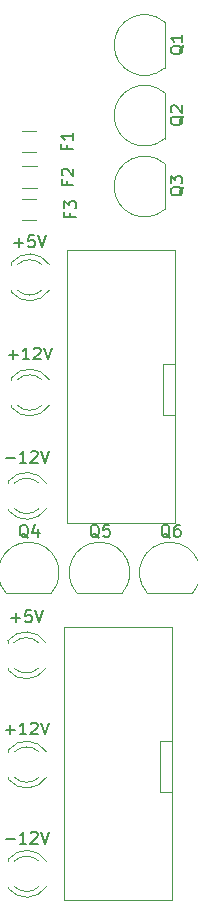
<source format=gto>
%TF.GenerationSoftware,KiCad,Pcbnew,5.1.9+dfsg1-1~bpo10+1*%
%TF.CreationDate,2021-04-17T11:45:14+01:00*%
%TF.ProjectId,europower,6575726f-706f-4776-9572-2e6b69636164,rev?*%
%TF.SameCoordinates,Original*%
%TF.FileFunction,Legend,Top*%
%TF.FilePolarity,Positive*%
%FSLAX46Y46*%
G04 Gerber Fmt 4.6, Leading zero omitted, Abs format (unit mm)*
G04 Created by KiCad (PCBNEW 5.1.9+dfsg1-1~bpo10+1) date 2021-04-17 11:45:14*
%MOMM*%
%LPD*%
G01*
G04 APERTURE LIST*
%ADD10C,0.150000*%
%ADD11C,0.120000*%
G04 APERTURE END LIST*
D10*
X137464285Y-145571428D02*
X138226190Y-145571428D01*
X137845238Y-145952380D02*
X137845238Y-145190476D01*
X139178571Y-144952380D02*
X138702380Y-144952380D01*
X138654761Y-145428571D01*
X138702380Y-145380952D01*
X138797619Y-145333333D01*
X139035714Y-145333333D01*
X139130952Y-145380952D01*
X139178571Y-145428571D01*
X139226190Y-145523809D01*
X139226190Y-145761904D01*
X139178571Y-145857142D01*
X139130952Y-145904761D01*
X139035714Y-145952380D01*
X138797619Y-145952380D01*
X138702380Y-145904761D01*
X138654761Y-145857142D01*
X139511904Y-144952380D02*
X139845238Y-145952380D01*
X140178571Y-144952380D01*
X136988095Y-155071428D02*
X137750000Y-155071428D01*
X137369047Y-155452380D02*
X137369047Y-154690476D01*
X138750000Y-155452380D02*
X138178571Y-155452380D01*
X138464285Y-155452380D02*
X138464285Y-154452380D01*
X138369047Y-154595238D01*
X138273809Y-154690476D01*
X138178571Y-154738095D01*
X139130952Y-154547619D02*
X139178571Y-154500000D01*
X139273809Y-154452380D01*
X139511904Y-154452380D01*
X139607142Y-154500000D01*
X139654761Y-154547619D01*
X139702380Y-154642857D01*
X139702380Y-154738095D01*
X139654761Y-154880952D01*
X139083333Y-155452380D01*
X139702380Y-155452380D01*
X139988095Y-154452380D02*
X140321428Y-155452380D01*
X140654761Y-154452380D01*
X136988095Y-164321428D02*
X137750000Y-164321428D01*
X138750000Y-164702380D02*
X138178571Y-164702380D01*
X138464285Y-164702380D02*
X138464285Y-163702380D01*
X138369047Y-163845238D01*
X138273809Y-163940476D01*
X138178571Y-163988095D01*
X139130952Y-163797619D02*
X139178571Y-163750000D01*
X139273809Y-163702380D01*
X139511904Y-163702380D01*
X139607142Y-163750000D01*
X139654761Y-163797619D01*
X139702380Y-163892857D01*
X139702380Y-163988095D01*
X139654761Y-164130952D01*
X139083333Y-164702380D01*
X139702380Y-164702380D01*
X139988095Y-163702380D02*
X140321428Y-164702380D01*
X140654761Y-163702380D01*
X136988095Y-132071428D02*
X137750000Y-132071428D01*
X138750000Y-132452380D02*
X138178571Y-132452380D01*
X138464285Y-132452380D02*
X138464285Y-131452380D01*
X138369047Y-131595238D01*
X138273809Y-131690476D01*
X138178571Y-131738095D01*
X139130952Y-131547619D02*
X139178571Y-131500000D01*
X139273809Y-131452380D01*
X139511904Y-131452380D01*
X139607142Y-131500000D01*
X139654761Y-131547619D01*
X139702380Y-131642857D01*
X139702380Y-131738095D01*
X139654761Y-131880952D01*
X139083333Y-132452380D01*
X139702380Y-132452380D01*
X139988095Y-131452380D02*
X140321428Y-132452380D01*
X140654761Y-131452380D01*
X137238095Y-123321428D02*
X138000000Y-123321428D01*
X137619047Y-123702380D02*
X137619047Y-122940476D01*
X139000000Y-123702380D02*
X138428571Y-123702380D01*
X138714285Y-123702380D02*
X138714285Y-122702380D01*
X138619047Y-122845238D01*
X138523809Y-122940476D01*
X138428571Y-122988095D01*
X139380952Y-122797619D02*
X139428571Y-122750000D01*
X139523809Y-122702380D01*
X139761904Y-122702380D01*
X139857142Y-122750000D01*
X139904761Y-122797619D01*
X139952380Y-122892857D01*
X139952380Y-122988095D01*
X139904761Y-123130952D01*
X139333333Y-123702380D01*
X139952380Y-123702380D01*
X140238095Y-122702380D02*
X140571428Y-123702380D01*
X140904761Y-122702380D01*
X137714285Y-113821428D02*
X138476190Y-113821428D01*
X138095238Y-114202380D02*
X138095238Y-113440476D01*
X139428571Y-113202380D02*
X138952380Y-113202380D01*
X138904761Y-113678571D01*
X138952380Y-113630952D01*
X139047619Y-113583333D01*
X139285714Y-113583333D01*
X139380952Y-113630952D01*
X139428571Y-113678571D01*
X139476190Y-113773809D01*
X139476190Y-114011904D01*
X139428571Y-114107142D01*
X139380952Y-114154761D01*
X139285714Y-114202380D01*
X139047619Y-114202380D01*
X138952380Y-114154761D01*
X138904761Y-114107142D01*
X139761904Y-113202380D02*
X140095238Y-114202380D01*
X140428571Y-113202380D01*
D11*
%TO.C,Q6*%
X148960000Y-143450000D02*
X152810000Y-143450000D01*
X152848611Y-143440122D02*
G75*
G03*
X148960000Y-143450000I-1948611J1690122D01*
G01*
%TO.C,Q5*%
X143000000Y-143450000D02*
X146850000Y-143450000D01*
X146888611Y-143440122D02*
G75*
G03*
X143000000Y-143450000I-1948611J1690122D01*
G01*
%TO.C,Q4*%
X137000000Y-143450000D02*
X140850000Y-143450000D01*
X140888611Y-143440122D02*
G75*
G03*
X137000000Y-143450000I-1948611J1690122D01*
G01*
%TO.C,Q3*%
X150450000Y-111000000D02*
X150450000Y-107150000D01*
X150440122Y-107111389D02*
G75*
G03*
X150450000Y-111000000I-1690122J-1948611D01*
G01*
%TO.C,Q2*%
X150450000Y-105000000D02*
X150450000Y-101150000D01*
X150440122Y-101111389D02*
G75*
G03*
X150450000Y-105000000I-1690122J-1948611D01*
G01*
%TO.C,Q1*%
X150450000Y-99020000D02*
X150450000Y-95170000D01*
X150440122Y-95131389D02*
G75*
G03*
X150450000Y-99020000I-1690122J-1948611D01*
G01*
%TO.C,D6*%
X137170000Y-149830000D02*
X137170000Y-149986000D01*
X137170000Y-147514000D02*
X137170000Y-147670000D01*
X139771130Y-149829837D02*
G75*
G02*
X137689039Y-149830000I-1041130J1079837D01*
G01*
X139771130Y-147670163D02*
G75*
G03*
X137689039Y-147670000I-1041130J-1079837D01*
G01*
X140402335Y-149828608D02*
G75*
G02*
X137170000Y-149985516I-1672335J1078608D01*
G01*
X140402335Y-147671392D02*
G75*
G03*
X137170000Y-147514484I-1672335J-1078608D01*
G01*
%TO.C,D5*%
X137210000Y-168330000D02*
X137210000Y-168486000D01*
X137210000Y-166014000D02*
X137210000Y-166170000D01*
X139811130Y-168329837D02*
G75*
G02*
X137729039Y-168330000I-1041130J1079837D01*
G01*
X139811130Y-166170163D02*
G75*
G03*
X137729039Y-166170000I-1041130J-1079837D01*
G01*
X140442335Y-168328608D02*
G75*
G02*
X137210000Y-168485516I-1672335J1078608D01*
G01*
X140442335Y-166171392D02*
G75*
G03*
X137210000Y-166014484I-1672335J-1078608D01*
G01*
%TO.C,D4*%
X137210000Y-159080000D02*
X137210000Y-159236000D01*
X137210000Y-156764000D02*
X137210000Y-156920000D01*
X139811130Y-159079837D02*
G75*
G02*
X137729039Y-159080000I-1041130J1079837D01*
G01*
X139811130Y-156920163D02*
G75*
G03*
X137729039Y-156920000I-1041130J-1079837D01*
G01*
X140442335Y-159078608D02*
G75*
G02*
X137210000Y-159235516I-1672335J1078608D01*
G01*
X140442335Y-156921392D02*
G75*
G03*
X137210000Y-156764484I-1672335J-1078608D01*
G01*
%TO.C,D3*%
X137460000Y-117830000D02*
X137460000Y-117986000D01*
X137460000Y-115514000D02*
X137460000Y-115670000D01*
X140061130Y-117829837D02*
G75*
G02*
X137979039Y-117830000I-1041130J1079837D01*
G01*
X140061130Y-115670163D02*
G75*
G03*
X137979039Y-115670000I-1041130J-1079837D01*
G01*
X140692335Y-117828608D02*
G75*
G02*
X137460000Y-117985516I-1672335J1078608D01*
G01*
X140692335Y-115671392D02*
G75*
G03*
X137460000Y-115514484I-1672335J-1078608D01*
G01*
%TO.C,D2*%
X137210000Y-136330000D02*
X137210000Y-136486000D01*
X137210000Y-134014000D02*
X137210000Y-134170000D01*
X139811130Y-136329837D02*
G75*
G02*
X137729039Y-136330000I-1041130J1079837D01*
G01*
X139811130Y-134170163D02*
G75*
G03*
X137729039Y-134170000I-1041130J-1079837D01*
G01*
X140442335Y-136328608D02*
G75*
G02*
X137210000Y-136485516I-1672335J1078608D01*
G01*
X140442335Y-134171392D02*
G75*
G03*
X137210000Y-134014484I-1672335J-1078608D01*
G01*
%TO.C,D1*%
X137460000Y-127580000D02*
X137460000Y-127736000D01*
X137460000Y-125264000D02*
X137460000Y-125420000D01*
X140061130Y-127579837D02*
G75*
G02*
X137979039Y-127580000I-1041130J1079837D01*
G01*
X140061130Y-125420163D02*
G75*
G03*
X137979039Y-125420000I-1041130J-1079837D01*
G01*
X140692335Y-127578608D02*
G75*
G02*
X137460000Y-127735516I-1672335J1078608D01*
G01*
X140692335Y-125421392D02*
G75*
G03*
X137460000Y-125264484I-1672335J-1078608D01*
G01*
%TO.C,U3*%
X151306000Y-137570000D02*
X142162000Y-137570000D01*
X142162000Y-137570000D02*
X142162000Y-114456000D01*
X142162000Y-114456000D02*
X151306000Y-114456000D01*
X151306000Y-114456000D02*
X151306000Y-137570000D01*
X151306000Y-128426000D02*
X150290000Y-128426000D01*
X150290000Y-128426000D02*
X150290000Y-124108000D01*
X150290000Y-124108000D02*
X151306000Y-124108000D01*
%TO.C,U2*%
X151056000Y-169490000D02*
X141912000Y-169490000D01*
X141912000Y-169490000D02*
X141912000Y-146376000D01*
X141912000Y-146376000D02*
X151056000Y-146376000D01*
X151056000Y-146376000D02*
X151056000Y-169490000D01*
X151056000Y-160346000D02*
X150040000Y-160346000D01*
X150040000Y-160346000D02*
X150040000Y-156028000D01*
X150040000Y-156028000D02*
X151056000Y-156028000D01*
%TO.C,F3*%
X139602064Y-111910000D02*
X138397936Y-111910000D01*
X139602064Y-110090000D02*
X138397936Y-110090000D01*
%TO.C,F2*%
X139614064Y-109160000D02*
X138409936Y-109160000D01*
X139614064Y-107340000D02*
X138409936Y-107340000D01*
%TO.C,F1*%
X139602064Y-106160000D02*
X138397936Y-106160000D01*
X139602064Y-104340000D02*
X138397936Y-104340000D01*
%TO.C,Q6*%
D10*
X150904761Y-138797619D02*
X150809523Y-138750000D01*
X150714285Y-138654761D01*
X150571428Y-138511904D01*
X150476190Y-138464285D01*
X150380952Y-138464285D01*
X150428571Y-138702380D02*
X150333333Y-138654761D01*
X150238095Y-138559523D01*
X150190476Y-138369047D01*
X150190476Y-138035714D01*
X150238095Y-137845238D01*
X150333333Y-137750000D01*
X150428571Y-137702380D01*
X150619047Y-137702380D01*
X150714285Y-137750000D01*
X150809523Y-137845238D01*
X150857142Y-138035714D01*
X150857142Y-138369047D01*
X150809523Y-138559523D01*
X150714285Y-138654761D01*
X150619047Y-138702380D01*
X150428571Y-138702380D01*
X151714285Y-137702380D02*
X151523809Y-137702380D01*
X151428571Y-137750000D01*
X151380952Y-137797619D01*
X151285714Y-137940476D01*
X151238095Y-138130952D01*
X151238095Y-138511904D01*
X151285714Y-138607142D01*
X151333333Y-138654761D01*
X151428571Y-138702380D01*
X151619047Y-138702380D01*
X151714285Y-138654761D01*
X151761904Y-138607142D01*
X151809523Y-138511904D01*
X151809523Y-138273809D01*
X151761904Y-138178571D01*
X151714285Y-138130952D01*
X151619047Y-138083333D01*
X151428571Y-138083333D01*
X151333333Y-138130952D01*
X151285714Y-138178571D01*
X151238095Y-138273809D01*
%TO.C,Q5*%
X144904761Y-138797619D02*
X144809523Y-138750000D01*
X144714285Y-138654761D01*
X144571428Y-138511904D01*
X144476190Y-138464285D01*
X144380952Y-138464285D01*
X144428571Y-138702380D02*
X144333333Y-138654761D01*
X144238095Y-138559523D01*
X144190476Y-138369047D01*
X144190476Y-138035714D01*
X144238095Y-137845238D01*
X144333333Y-137750000D01*
X144428571Y-137702380D01*
X144619047Y-137702380D01*
X144714285Y-137750000D01*
X144809523Y-137845238D01*
X144857142Y-138035714D01*
X144857142Y-138369047D01*
X144809523Y-138559523D01*
X144714285Y-138654761D01*
X144619047Y-138702380D01*
X144428571Y-138702380D01*
X145761904Y-137702380D02*
X145285714Y-137702380D01*
X145238095Y-138178571D01*
X145285714Y-138130952D01*
X145380952Y-138083333D01*
X145619047Y-138083333D01*
X145714285Y-138130952D01*
X145761904Y-138178571D01*
X145809523Y-138273809D01*
X145809523Y-138511904D01*
X145761904Y-138607142D01*
X145714285Y-138654761D01*
X145619047Y-138702380D01*
X145380952Y-138702380D01*
X145285714Y-138654761D01*
X145238095Y-138607142D01*
%TO.C,Q4*%
X138904761Y-138797619D02*
X138809523Y-138750000D01*
X138714285Y-138654761D01*
X138571428Y-138511904D01*
X138476190Y-138464285D01*
X138380952Y-138464285D01*
X138428571Y-138702380D02*
X138333333Y-138654761D01*
X138238095Y-138559523D01*
X138190476Y-138369047D01*
X138190476Y-138035714D01*
X138238095Y-137845238D01*
X138333333Y-137750000D01*
X138428571Y-137702380D01*
X138619047Y-137702380D01*
X138714285Y-137750000D01*
X138809523Y-137845238D01*
X138857142Y-138035714D01*
X138857142Y-138369047D01*
X138809523Y-138559523D01*
X138714285Y-138654761D01*
X138619047Y-138702380D01*
X138428571Y-138702380D01*
X139714285Y-138035714D02*
X139714285Y-138702380D01*
X139476190Y-137654761D02*
X139238095Y-138369047D01*
X139857142Y-138369047D01*
%TO.C,Q3*%
X152047619Y-109075238D02*
X152000000Y-109170476D01*
X151904761Y-109265714D01*
X151761904Y-109408571D01*
X151714285Y-109503809D01*
X151714285Y-109599047D01*
X151952380Y-109551428D02*
X151904761Y-109646666D01*
X151809523Y-109741904D01*
X151619047Y-109789523D01*
X151285714Y-109789523D01*
X151095238Y-109741904D01*
X151000000Y-109646666D01*
X150952380Y-109551428D01*
X150952380Y-109360952D01*
X151000000Y-109265714D01*
X151095238Y-109170476D01*
X151285714Y-109122857D01*
X151619047Y-109122857D01*
X151809523Y-109170476D01*
X151904761Y-109265714D01*
X151952380Y-109360952D01*
X151952380Y-109551428D01*
X150952380Y-108789523D02*
X150952380Y-108170476D01*
X151333333Y-108503809D01*
X151333333Y-108360952D01*
X151380952Y-108265714D01*
X151428571Y-108218095D01*
X151523809Y-108170476D01*
X151761904Y-108170476D01*
X151857142Y-108218095D01*
X151904761Y-108265714D01*
X151952380Y-108360952D01*
X151952380Y-108646666D01*
X151904761Y-108741904D01*
X151857142Y-108789523D01*
%TO.C,Q2*%
X152047619Y-103095238D02*
X152000000Y-103190476D01*
X151904761Y-103285714D01*
X151761904Y-103428571D01*
X151714285Y-103523809D01*
X151714285Y-103619047D01*
X151952380Y-103571428D02*
X151904761Y-103666666D01*
X151809523Y-103761904D01*
X151619047Y-103809523D01*
X151285714Y-103809523D01*
X151095238Y-103761904D01*
X151000000Y-103666666D01*
X150952380Y-103571428D01*
X150952380Y-103380952D01*
X151000000Y-103285714D01*
X151095238Y-103190476D01*
X151285714Y-103142857D01*
X151619047Y-103142857D01*
X151809523Y-103190476D01*
X151904761Y-103285714D01*
X151952380Y-103380952D01*
X151952380Y-103571428D01*
X151047619Y-102761904D02*
X151000000Y-102714285D01*
X150952380Y-102619047D01*
X150952380Y-102380952D01*
X151000000Y-102285714D01*
X151047619Y-102238095D01*
X151142857Y-102190476D01*
X151238095Y-102190476D01*
X151380952Y-102238095D01*
X151952380Y-102809523D01*
X151952380Y-102190476D01*
%TO.C,Q1*%
X152047619Y-97115238D02*
X152000000Y-97210476D01*
X151904761Y-97305714D01*
X151761904Y-97448571D01*
X151714285Y-97543809D01*
X151714285Y-97639047D01*
X151952380Y-97591428D02*
X151904761Y-97686666D01*
X151809523Y-97781904D01*
X151619047Y-97829523D01*
X151285714Y-97829523D01*
X151095238Y-97781904D01*
X151000000Y-97686666D01*
X150952380Y-97591428D01*
X150952380Y-97400952D01*
X151000000Y-97305714D01*
X151095238Y-97210476D01*
X151285714Y-97162857D01*
X151619047Y-97162857D01*
X151809523Y-97210476D01*
X151904761Y-97305714D01*
X151952380Y-97400952D01*
X151952380Y-97591428D01*
X151952380Y-96210476D02*
X151952380Y-96781904D01*
X151952380Y-96496190D02*
X150952380Y-96496190D01*
X151095238Y-96591428D01*
X151190476Y-96686666D01*
X151238095Y-96781904D01*
%TO.C,F3*%
X142448071Y-111333333D02*
X142448071Y-111666666D01*
X142971880Y-111666666D02*
X141971880Y-111666666D01*
X141971880Y-111190476D01*
X141971880Y-110904761D02*
X141971880Y-110285714D01*
X142352833Y-110619047D01*
X142352833Y-110476190D01*
X142400452Y-110380952D01*
X142448071Y-110333333D01*
X142543309Y-110285714D01*
X142781404Y-110285714D01*
X142876642Y-110333333D01*
X142924261Y-110380952D01*
X142971880Y-110476190D01*
X142971880Y-110761904D01*
X142924261Y-110857142D01*
X142876642Y-110904761D01*
%TO.C,F2*%
X142206071Y-108583333D02*
X142206071Y-108916666D01*
X142729880Y-108916666D02*
X141729880Y-108916666D01*
X141729880Y-108440476D01*
X141825119Y-108107142D02*
X141777500Y-108059523D01*
X141729880Y-107964285D01*
X141729880Y-107726190D01*
X141777500Y-107630952D01*
X141825119Y-107583333D01*
X141920357Y-107535714D01*
X142015595Y-107535714D01*
X142158452Y-107583333D01*
X142729880Y-108154761D01*
X142729880Y-107535714D01*
%TO.C,F1*%
X142178571Y-105583333D02*
X142178571Y-105916666D01*
X142702380Y-105916666D02*
X141702380Y-105916666D01*
X141702380Y-105440476D01*
X142702380Y-104535714D02*
X142702380Y-105107142D01*
X142702380Y-104821428D02*
X141702380Y-104821428D01*
X141845238Y-104916666D01*
X141940476Y-105011904D01*
X141988095Y-105107142D01*
%TD*%
M02*

</source>
